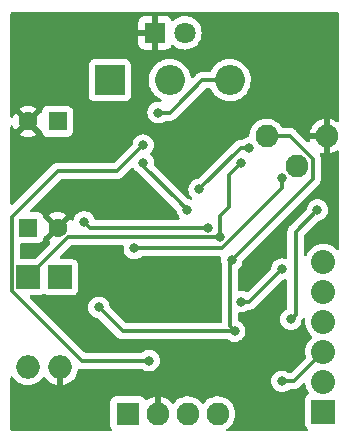
<source format=gbl>
G04 #@! TF.GenerationSoftware,KiCad,Pcbnew,(5.99.0-7307-g71ab42e60a)*
G04 #@! TF.CreationDate,2020-12-03T10:10:09+02:00*
G04 #@! TF.ProjectId,agudo,61677564-6f2e-46b6-9963-61645f706362,rev?*
G04 #@! TF.SameCoordinates,Original*
G04 #@! TF.FileFunction,Copper,L2,Bot*
G04 #@! TF.FilePolarity,Positive*
%FSLAX46Y46*%
G04 Gerber Fmt 4.6, Leading zero omitted, Abs format (unit mm)*
G04 Created by KiCad (PCBNEW (5.99.0-7307-g71ab42e60a)) date 2020-12-03 10:10:09*
%MOMM*%
%LPD*%
G01*
G04 APERTURE LIST*
G04 #@! TA.AperFunction,ComponentPad*
%ADD10R,1.600000X1.600000*%
G04 #@! TD*
G04 #@! TA.AperFunction,ComponentPad*
%ADD11C,1.600000*%
G04 #@! TD*
G04 #@! TA.AperFunction,ComponentPad*
%ADD12R,2.540000X2.540000*%
G04 #@! TD*
G04 #@! TA.AperFunction,ComponentPad*
%ADD13O,2.540000X2.540000*%
G04 #@! TD*
G04 #@! TA.AperFunction,ComponentPad*
%ADD14R,2.000000X2.000000*%
G04 #@! TD*
G04 #@! TA.AperFunction,ComponentPad*
%ADD15O,2.000000X2.000000*%
G04 #@! TD*
G04 #@! TA.AperFunction,ComponentPad*
%ADD16R,2.032000X2.032000*%
G04 #@! TD*
G04 #@! TA.AperFunction,ComponentPad*
%ADD17O,2.032000X2.032000*%
G04 #@! TD*
G04 #@! TA.AperFunction,ComponentPad*
%ADD18R,1.930400X1.930400*%
G04 #@! TD*
G04 #@! TA.AperFunction,ComponentPad*
%ADD19O,1.930400X1.930400*%
G04 #@! TD*
G04 #@! TA.AperFunction,ComponentPad*
%ADD20R,1.800000X1.800000*%
G04 #@! TD*
G04 #@! TA.AperFunction,ComponentPad*
%ADD21C,1.800000*%
G04 #@! TD*
G04 #@! TA.AperFunction,ViaPad*
%ADD22C,0.800000*%
G04 #@! TD*
G04 #@! TA.AperFunction,Conductor*
%ADD23C,0.350000*%
G04 #@! TD*
G04 APERTURE END LIST*
D10*
G04 #@! TO.P,C2,1*
G04 #@! TO.N,VCC*
X60750000Y-115750000D03*
D11*
G04 #@! TO.P,C2,2*
G04 #@! TO.N,GND*
X63250000Y-115750000D03*
G04 #@! TD*
D12*
G04 #@! TO.P,RV2,1,1*
G04 #@! TO.N,Net-(R27-Pad2)*
X67670000Y-103250000D03*
D13*
G04 #@! TO.P,RV2,2,2*
X72750000Y-103250000D03*
G04 #@! TO.P,RV2,3,3*
G04 #@! TO.N,Net-(R19-Pad2)*
X77830000Y-103250000D03*
G04 #@! TD*
D14*
G04 #@! TO.P,D2,1,K*
G04 #@! TO.N,Net-(C5-Pad1)*
X63500000Y-119940000D03*
D15*
G04 #@! TO.P,D2,2,A*
G04 #@! TO.N,GND*
X63500000Y-127560000D03*
G04 #@! TD*
D14*
G04 #@! TO.P,D1,1,K*
G04 #@! TO.N,VCC*
X60750000Y-119940000D03*
D15*
G04 #@! TO.P,D1,2,A*
G04 #@! TO.N,+9V*
X60750000Y-127560000D03*
G04 #@! TD*
D16*
G04 #@! TO.P,SW1,1,A*
G04 #@! TO.N,Net-(C3-Pad2)*
X85750000Y-131330000D03*
D17*
G04 #@! TO.P,SW1,2,B*
G04 #@! TO.N,U1B_IN*
X85750000Y-128790000D03*
G04 #@! TO.P,SW1,3,C*
G04 #@! TO.N,Net-(SW1-Pad3)*
X85750000Y-126250000D03*
G04 #@! TO.P,SW1,4,A*
G04 #@! TO.N,Net-(C6-Pad2)*
X85750000Y-123710000D03*
G04 #@! TO.P,SW1,5,B*
G04 #@! TO.N,U2A_IN*
X85750000Y-121170000D03*
G04 #@! TO.P,SW1,6,C*
G04 #@! TO.N,Net-(SW1-Pad6)*
X85750000Y-118630000D03*
G04 #@! TD*
D18*
G04 #@! TO.P,J1,1,IN*
G04 #@! TO.N,IN*
X69190000Y-131500000D03*
D19*
G04 #@! TO.P,J1,2,GND*
G04 #@! TO.N,GND*
X71730000Y-131500000D03*
G04 #@! TO.P,J1,3,SW*
G04 #@! TO.N,+9V*
X74270000Y-131500000D03*
G04 #@! TO.P,J1,4,OUT*
G04 #@! TO.N,OUT*
X76810000Y-131500000D03*
G04 #@! TD*
D10*
G04 #@! TO.P,C8,1*
G04 #@! TO.N,Net-(R19-Pad2)*
X63250000Y-106750000D03*
D11*
G04 #@! TO.P,C8,2*
G04 #@! TO.N,GND*
X60750000Y-106750000D03*
G04 #@! TD*
D19*
G04 #@! TO.P,RV1,1,1*
G04 #@! TO.N,GND*
X86040000Y-108000000D03*
G04 #@! TO.P,RV1,2,2*
G04 #@! TO.N,Net-(R18-Pad2)*
X83500000Y-110540000D03*
G04 #@! TO.P,RV1,3,3*
G04 #@! TO.N,Net-(C5-Pad1)*
X80960000Y-108000000D03*
G04 #@! TD*
D20*
G04 #@! TO.P,D3,1,K*
G04 #@! TO.N,GND*
X71500000Y-99250000D03*
D21*
G04 #@! TO.P,D3,2,A*
G04 #@! TO.N,Net-(R14-Pad2)*
X74040000Y-99250000D03*
G04 #@! TD*
D22*
G04 #@! TO.N,GND*
X79000000Y-131500000D03*
X65250000Y-124750000D03*
X65250000Y-118500000D03*
G04 #@! TO.N,Net-(C7-Pad1)*
X76000000Y-115750000D03*
X65500000Y-115250000D03*
G04 #@! TO.N,GND*
X69000000Y-128500000D03*
X70500000Y-113250000D03*
G04 #@! TO.N,VCC*
X77000000Y-116500000D03*
X78750000Y-110250000D03*
G04 #@! TO.N,Net-(C4-Pad2)*
X85250000Y-114250000D03*
X83000000Y-123500000D03*
G04 #@! TO.N,Net-(C5-Pad2)*
X82250000Y-111500000D03*
X69750000Y-117500000D03*
G04 #@! TO.N,Net-(C5-Pad1)*
X78000000Y-118500000D03*
X66750000Y-122500000D03*
X78250000Y-124500000D03*
G04 #@! TO.N,U1B_OUT*
X82250000Y-119250000D03*
X78750000Y-122000000D03*
G04 #@! TO.N,Net-(R19-Pad2)*
X71768750Y-106000000D03*
G04 #@! TO.N,Net-(R16-Pad2)*
X70500000Y-110250000D03*
X74250000Y-114250000D03*
G04 #@! TO.N,Net-(R20-Pad2)*
X71000000Y-127000000D03*
X70500000Y-108750000D03*
G04 #@! TO.N,Net-(R23-Pad2)*
X79500000Y-109000000D03*
X75250000Y-112500000D03*
G04 #@! TO.N,Net-(SW1-Pad3)*
X82250000Y-128750000D03*
G04 #@! TD*
D23*
G04 #@! TO.N,Net-(C7-Pad1)*
X75250000Y-115750000D02*
X66000000Y-115750000D01*
X75250000Y-115750000D02*
X76000000Y-115750000D01*
G04 #@! TO.N,Net-(C5-Pad2)*
X70250000Y-117500000D02*
X70500000Y-117500000D01*
X69750000Y-117500000D02*
X70500000Y-117500000D01*
X70500000Y-117500000D02*
X71500000Y-117500000D01*
G04 #@! TO.N,Net-(C7-Pad1)*
X65750000Y-115500000D02*
X65500000Y-115250000D01*
X66000000Y-115750000D02*
X65750000Y-115500000D01*
G04 #@! TO.N,Net-(R16-Pad2)*
X73750000Y-113750000D02*
X73500000Y-113500000D01*
X74250000Y-114250000D02*
X73500000Y-113500000D01*
X73500000Y-113500000D02*
X70500000Y-110500000D01*
G04 #@! TO.N,Net-(C5-Pad2)*
X77147002Y-117500000D02*
X71500000Y-117500000D01*
X71500000Y-117500000D02*
X71000000Y-117500000D01*
G04 #@! TO.N,Net-(R16-Pad2)*
X70500000Y-110500000D02*
X70500000Y-110250000D01*
G04 #@! TO.N,Net-(R20-Pad2)*
X64889827Y-126610173D02*
X64014827Y-125735173D01*
X71000000Y-127000000D02*
X65279654Y-127000000D01*
X65279654Y-127000000D02*
X64889827Y-126610173D01*
X64529654Y-126250000D02*
X64014827Y-125735173D01*
X64014827Y-125735173D02*
X59374990Y-121095336D01*
G04 #@! TO.N,Net-(R19-Pad2)*
X75500000Y-103250000D02*
X73250000Y-105500000D01*
X71768750Y-106000000D02*
X72750000Y-106000000D01*
X72750000Y-106000000D02*
X73250000Y-105500000D01*
G04 #@! TO.N,Net-(C5-Pad1)*
X78000000Y-118500000D02*
X84840201Y-111659799D01*
X84840201Y-111659799D02*
X84840201Y-109896703D01*
X84840201Y-109896703D02*
X82943498Y-108000000D01*
X82943498Y-108000000D02*
X80960000Y-108000000D01*
G04 #@! TO.N,VCC*
X77000000Y-116500000D02*
X77000000Y-114750000D01*
X60750000Y-119940000D02*
X64164999Y-116525001D01*
X64164999Y-116525001D02*
X76974999Y-116525001D01*
X76974999Y-116525001D02*
X77000000Y-116500000D01*
X77000000Y-114750000D02*
X77750000Y-114000000D01*
X77750000Y-111250000D02*
X78750000Y-110250000D01*
X77750000Y-114000000D02*
X77750000Y-111250000D01*
G04 #@! TO.N,Net-(C4-Pad2)*
X83399999Y-123100001D02*
X83399999Y-116100001D01*
X83000000Y-123500000D02*
X83399999Y-123100001D01*
X83399999Y-116100001D02*
X85250000Y-114250000D01*
G04 #@! TO.N,Net-(C5-Pad2)*
X82250000Y-111500000D02*
X82250000Y-112397002D01*
X82250000Y-112397002D02*
X77147002Y-117500000D01*
G04 #@! TO.N,Net-(C5-Pad1)*
X68750000Y-124500000D02*
X66750000Y-122500000D01*
X77850001Y-124100001D02*
X77850001Y-118649999D01*
X78250000Y-124500000D02*
X68750000Y-124500000D01*
X78250000Y-124500000D02*
X77850001Y-124100001D01*
X77850001Y-118649999D02*
X78000000Y-118500000D01*
G04 #@! TO.N,U1B_OUT*
X78750000Y-122000000D02*
X79500000Y-122000000D01*
X79500000Y-122000000D02*
X82250000Y-119250000D01*
G04 #@! TO.N,Net-(R19-Pad2)*
X77830000Y-103250000D02*
X75500000Y-103250000D01*
G04 #@! TO.N,Net-(R20-Pad2)*
X59374990Y-114850008D02*
X63299988Y-110925010D01*
X63299988Y-110925010D02*
X68324990Y-110925010D01*
X68324990Y-110925010D02*
X70500000Y-108750000D01*
X59374990Y-121095336D02*
X59374990Y-114850008D01*
G04 #@! TO.N,Net-(R23-Pad2)*
X78750000Y-109000000D02*
X79750000Y-109000000D01*
X75250000Y-112500000D02*
X78750000Y-109000000D01*
G04 #@! TO.N,Net-(SW1-Pad3)*
X82250000Y-128750000D02*
X83250000Y-128750000D01*
X83250000Y-128750000D02*
X85750000Y-126250000D01*
G04 #@! TD*
G04 #@! TA.AperFunction,Conductor*
G04 #@! TO.N,GND*
G36*
X68795321Y-117228503D02*
G01*
X68841814Y-117282159D01*
X68852510Y-117347671D01*
X68843016Y-117438003D01*
X68836500Y-117500000D01*
X68856462Y-117689927D01*
X68858502Y-117696205D01*
X68858502Y-117696206D01*
X68890957Y-117796093D01*
X68915476Y-117871554D01*
X69010963Y-118036942D01*
X69138749Y-118178863D01*
X69144091Y-118182744D01*
X69144093Y-118182746D01*
X69246513Y-118257158D01*
X69293250Y-118291114D01*
X69299278Y-118293798D01*
X69299280Y-118293799D01*
X69409509Y-118342876D01*
X69467713Y-118368790D01*
X69548378Y-118385936D01*
X69648056Y-118407124D01*
X69648061Y-118407124D01*
X69654513Y-118408496D01*
X69845487Y-118408496D01*
X69851939Y-118407124D01*
X69851944Y-118407124D01*
X69951622Y-118385936D01*
X70032287Y-118368790D01*
X70090491Y-118342876D01*
X70200720Y-118293799D01*
X70200722Y-118293798D01*
X70206750Y-118291114D01*
X70321749Y-118207563D01*
X70395809Y-118183500D01*
X76979828Y-118183500D01*
X77047949Y-118203502D01*
X77094442Y-118257158D01*
X77105138Y-118322671D01*
X77086500Y-118500000D01*
X77106462Y-118689927D01*
X77108502Y-118696205D01*
X77108502Y-118696206D01*
X77160335Y-118855732D01*
X77166502Y-118894668D01*
X77166501Y-123690500D01*
X77146499Y-123758621D01*
X77092843Y-123805114D01*
X77040501Y-123816500D01*
X69085305Y-123816500D01*
X69017184Y-123796498D01*
X68996210Y-123779595D01*
X67688813Y-122472199D01*
X67654788Y-122409887D01*
X67652598Y-122396274D01*
X67644228Y-122316638D01*
X67644228Y-122316637D01*
X67643538Y-122310073D01*
X67636534Y-122288515D01*
X67586566Y-122134731D01*
X67584524Y-122128446D01*
X67489037Y-121963058D01*
X67361251Y-121821137D01*
X67355909Y-121817256D01*
X67355907Y-121817254D01*
X67212092Y-121712767D01*
X67212091Y-121712766D01*
X67206750Y-121708886D01*
X67200722Y-121706202D01*
X67200720Y-121706201D01*
X67038318Y-121633895D01*
X67038317Y-121633895D01*
X67032287Y-121631210D01*
X66938887Y-121611357D01*
X66851944Y-121592876D01*
X66851939Y-121592876D01*
X66845487Y-121591504D01*
X66654513Y-121591504D01*
X66648061Y-121592876D01*
X66648056Y-121592876D01*
X66561113Y-121611357D01*
X66467713Y-121631210D01*
X66461683Y-121633895D01*
X66461682Y-121633895D01*
X66299280Y-121706201D01*
X66299278Y-121706202D01*
X66293250Y-121708886D01*
X66287909Y-121712766D01*
X66287908Y-121712767D01*
X66144093Y-121817254D01*
X66144091Y-121817256D01*
X66138749Y-121821137D01*
X66010963Y-121963058D01*
X65915476Y-122128446D01*
X65913434Y-122134731D01*
X65863467Y-122288515D01*
X65856462Y-122310073D01*
X65855772Y-122316636D01*
X65855772Y-122316637D01*
X65839735Y-122469217D01*
X65836500Y-122500000D01*
X65837190Y-122506565D01*
X65853551Y-122662226D01*
X65856462Y-122689927D01*
X65915476Y-122871554D01*
X65918779Y-122877276D01*
X65918780Y-122877277D01*
X65943378Y-122919882D01*
X66010963Y-123036942D01*
X66015381Y-123041849D01*
X66015382Y-123041850D01*
X66065639Y-123097666D01*
X66138749Y-123178863D01*
X66144091Y-123182744D01*
X66144093Y-123182746D01*
X66287908Y-123287233D01*
X66293250Y-123291114D01*
X66299278Y-123293798D01*
X66299280Y-123293799D01*
X66379756Y-123329629D01*
X66467713Y-123368790D01*
X66654513Y-123408496D01*
X66654446Y-123408813D01*
X66716782Y-123434461D01*
X66727047Y-123443661D01*
X68247064Y-124963679D01*
X68252918Y-124969945D01*
X68289304Y-125011655D01*
X68339627Y-125047022D01*
X68344912Y-125050948D01*
X68387357Y-125084229D01*
X68387361Y-125084231D01*
X68393338Y-125088918D01*
X68400261Y-125092044D01*
X68404554Y-125094644D01*
X68414020Y-125100043D01*
X68418437Y-125102411D01*
X68424649Y-125106777D01*
X68472439Y-125125410D01*
X68481961Y-125129122D01*
X68488042Y-125131678D01*
X68528111Y-125149770D01*
X68544110Y-125156994D01*
X68551582Y-125158379D01*
X68556383Y-125159883D01*
X68566825Y-125162858D01*
X68571694Y-125164108D01*
X68578777Y-125166870D01*
X68586312Y-125167862D01*
X68639798Y-125174904D01*
X68646286Y-125175931D01*
X68706768Y-125187140D01*
X68714349Y-125186703D01*
X68714350Y-125186703D01*
X68766277Y-125183709D01*
X68773530Y-125183500D01*
X77604191Y-125183500D01*
X77678251Y-125207563D01*
X77793250Y-125291114D01*
X77799278Y-125293798D01*
X77799280Y-125293799D01*
X77961682Y-125366105D01*
X77967713Y-125368790D01*
X78061113Y-125388643D01*
X78148056Y-125407124D01*
X78148061Y-125407124D01*
X78154513Y-125408496D01*
X78345487Y-125408496D01*
X78351939Y-125407124D01*
X78351944Y-125407124D01*
X78438887Y-125388643D01*
X78532287Y-125368790D01*
X78538318Y-125366105D01*
X78700720Y-125293799D01*
X78700722Y-125293798D01*
X78706750Y-125291114D01*
X78784988Y-125234271D01*
X78855907Y-125182746D01*
X78855909Y-125182744D01*
X78861251Y-125178863D01*
X78875662Y-125162858D01*
X78984618Y-125041850D01*
X78984619Y-125041849D01*
X78989037Y-125036942D01*
X79047311Y-124936008D01*
X79081220Y-124877277D01*
X79081221Y-124877276D01*
X79084524Y-124871554D01*
X79143538Y-124689927D01*
X79163500Y-124500000D01*
X79143538Y-124310073D01*
X79084524Y-124128446D01*
X78989037Y-123963058D01*
X78861251Y-123821137D01*
X78855909Y-123817256D01*
X78855907Y-123817254D01*
X78712092Y-123712767D01*
X78712091Y-123712766D01*
X78706750Y-123708886D01*
X78700722Y-123706202D01*
X78700720Y-123706201D01*
X78608252Y-123665032D01*
X78554156Y-123619052D01*
X78533501Y-123549925D01*
X78533501Y-123034496D01*
X78553503Y-122966375D01*
X78607159Y-122919882D01*
X78659501Y-122908496D01*
X78845487Y-122908496D01*
X78851939Y-122907124D01*
X78851944Y-122907124D01*
X78951716Y-122885916D01*
X79032287Y-122868790D01*
X79038318Y-122866105D01*
X79200720Y-122793799D01*
X79200722Y-122793798D01*
X79206750Y-122791114D01*
X79321749Y-122707563D01*
X79395809Y-122683500D01*
X79472263Y-122683500D01*
X79480832Y-122683792D01*
X79528457Y-122687039D01*
X79528461Y-122687039D01*
X79536033Y-122687555D01*
X79543510Y-122686250D01*
X79543512Y-122686250D01*
X79581141Y-122679683D01*
X79596629Y-122676979D01*
X79603114Y-122676022D01*
X79664230Y-122668626D01*
X79671336Y-122665941D01*
X79676226Y-122664740D01*
X79686688Y-122661878D01*
X79691520Y-122660419D01*
X79698998Y-122659114D01*
X79705947Y-122656064D01*
X79705956Y-122656061D01*
X79755330Y-122634388D01*
X79761433Y-122631897D01*
X79811869Y-122612838D01*
X79811871Y-122612837D01*
X79818979Y-122610151D01*
X79825244Y-122605845D01*
X79829737Y-122603496D01*
X79839181Y-122598240D01*
X79843521Y-122595674D01*
X79850475Y-122592621D01*
X79899284Y-122555168D01*
X79904622Y-122551290D01*
X79949054Y-122520753D01*
X79949056Y-122520752D01*
X79955313Y-122516451D01*
X79969971Y-122500000D01*
X79994986Y-122471923D01*
X79999967Y-122466647D01*
X82272955Y-120193660D01*
X82335267Y-120159634D01*
X82342344Y-120158496D01*
X82345487Y-120158496D01*
X82532287Y-120118790D01*
X82539252Y-120115689D01*
X82539841Y-120115610D01*
X82544599Y-120114064D01*
X82544882Y-120114934D01*
X82609619Y-120106256D01*
X82673916Y-120136364D01*
X82711728Y-120196453D01*
X82716499Y-120230797D01*
X82716499Y-122549925D01*
X82696497Y-122618046D01*
X82641749Y-122665031D01*
X82592319Y-122687039D01*
X82549280Y-122706201D01*
X82549278Y-122706202D01*
X82543250Y-122708886D01*
X82537909Y-122712766D01*
X82537908Y-122712767D01*
X82394093Y-122817254D01*
X82394091Y-122817256D01*
X82388749Y-122821137D01*
X82260963Y-122963058D01*
X82257662Y-122968776D01*
X82172680Y-123115969D01*
X82165476Y-123128446D01*
X82106462Y-123310073D01*
X82105772Y-123316636D01*
X82105772Y-123316637D01*
X82093813Y-123430423D01*
X82086500Y-123500000D01*
X82106462Y-123689927D01*
X82165476Y-123871554D01*
X82260963Y-124036942D01*
X82388749Y-124178863D01*
X82394091Y-124182744D01*
X82394093Y-124182746D01*
X82537908Y-124287233D01*
X82543250Y-124291114D01*
X82549278Y-124293798D01*
X82549280Y-124293799D01*
X82711682Y-124366105D01*
X82717713Y-124368790D01*
X82811113Y-124388643D01*
X82898056Y-124407124D01*
X82898061Y-124407124D01*
X82904513Y-124408496D01*
X83095487Y-124408496D01*
X83101939Y-124407124D01*
X83101944Y-124407124D01*
X83188887Y-124388643D01*
X83282287Y-124368790D01*
X83288318Y-124366105D01*
X83450720Y-124293799D01*
X83450722Y-124293798D01*
X83456750Y-124291114D01*
X83462092Y-124287233D01*
X83605907Y-124182746D01*
X83605909Y-124182744D01*
X83611251Y-124178863D01*
X83739037Y-124036942D01*
X83834524Y-123871554D01*
X83893538Y-123689927D01*
X83902905Y-123600806D01*
X83925128Y-123541526D01*
X83947028Y-123510365D01*
X83950963Y-123505067D01*
X83984225Y-123462647D01*
X83984226Y-123462646D01*
X83988917Y-123456663D01*
X83992045Y-123449737D01*
X83994647Y-123445440D01*
X84000035Y-123435993D01*
X84001431Y-123433390D01*
X84001644Y-123433174D01*
X84003213Y-123430423D01*
X84006776Y-123425353D01*
X84008294Y-123426420D01*
X84051244Y-123382802D01*
X84120500Y-123367175D01*
X84187209Y-123391472D01*
X84230193Y-123447978D01*
X84236643Y-123514364D01*
X84226795Y-123571377D01*
X84224226Y-123816693D01*
X84224983Y-123821696D01*
X84224983Y-123821701D01*
X84260154Y-124054258D01*
X84260911Y-124059263D01*
X84262457Y-124064079D01*
X84262458Y-124064082D01*
X84334358Y-124288023D01*
X84335907Y-124292847D01*
X84447284Y-124511436D01*
X84592176Y-124709407D01*
X84766856Y-124881665D01*
X84770779Y-124884453D01*
X84810065Y-124943503D01*
X84811191Y-125014491D01*
X84776323Y-125072459D01*
X84613360Y-125226565D01*
X84464353Y-125421457D01*
X84348423Y-125637666D01*
X84268552Y-125869629D01*
X84226795Y-126111377D01*
X84226742Y-126116437D01*
X84225938Y-126193260D01*
X84224226Y-126356693D01*
X84224983Y-126361696D01*
X84224983Y-126361701D01*
X84260154Y-126594258D01*
X84260911Y-126599263D01*
X84279497Y-126657151D01*
X84281277Y-126728122D01*
X84248624Y-126784762D01*
X83003791Y-128029595D01*
X82941479Y-128063621D01*
X82914696Y-128066500D01*
X82895809Y-128066500D01*
X82821749Y-128042437D01*
X82798092Y-128025250D01*
X82706750Y-127958886D01*
X82700722Y-127956202D01*
X82700720Y-127956201D01*
X82538318Y-127883895D01*
X82538317Y-127883895D01*
X82532287Y-127881210D01*
X82438887Y-127861357D01*
X82351944Y-127842876D01*
X82351939Y-127842876D01*
X82345487Y-127841504D01*
X82154513Y-127841504D01*
X82148061Y-127842876D01*
X82148056Y-127842876D01*
X82061113Y-127861357D01*
X81967713Y-127881210D01*
X81961683Y-127883895D01*
X81961682Y-127883895D01*
X81799280Y-127956201D01*
X81799278Y-127956202D01*
X81793250Y-127958886D01*
X81787909Y-127962766D01*
X81787908Y-127962767D01*
X81644093Y-128067254D01*
X81644091Y-128067256D01*
X81638749Y-128071137D01*
X81510963Y-128213058D01*
X81415476Y-128378446D01*
X81413434Y-128384731D01*
X81361511Y-128544535D01*
X81356462Y-128560073D01*
X81336500Y-128750000D01*
X81337190Y-128756565D01*
X81353325Y-128910076D01*
X81356462Y-128939927D01*
X81358502Y-128946205D01*
X81358502Y-128946206D01*
X81379000Y-129009291D01*
X81415476Y-129121554D01*
X81418779Y-129127276D01*
X81418780Y-129127277D01*
X81452689Y-129186008D01*
X81510963Y-129286942D01*
X81515381Y-129291849D01*
X81515382Y-129291850D01*
X81630352Y-129419537D01*
X81638749Y-129428863D01*
X81644091Y-129432744D01*
X81644093Y-129432746D01*
X81678251Y-129457563D01*
X81793250Y-129541114D01*
X81799278Y-129543798D01*
X81799280Y-129543799D01*
X81961682Y-129616105D01*
X81967713Y-129618790D01*
X82061113Y-129638643D01*
X82148056Y-129657124D01*
X82148061Y-129657124D01*
X82154513Y-129658496D01*
X82345487Y-129658496D01*
X82351939Y-129657124D01*
X82351944Y-129657124D01*
X82438887Y-129638643D01*
X82532287Y-129618790D01*
X82538318Y-129616105D01*
X82700720Y-129543799D01*
X82700722Y-129543798D01*
X82706750Y-129541114D01*
X82821749Y-129457563D01*
X82895809Y-129433500D01*
X83222263Y-129433500D01*
X83230832Y-129433792D01*
X83278457Y-129437039D01*
X83278461Y-129437039D01*
X83286033Y-129437555D01*
X83293510Y-129436250D01*
X83293512Y-129436250D01*
X83335836Y-129428863D01*
X83346629Y-129426979D01*
X83353114Y-129426022D01*
X83414230Y-129418626D01*
X83421336Y-129415941D01*
X83426226Y-129414740D01*
X83436688Y-129411878D01*
X83441520Y-129410419D01*
X83448998Y-129409114D01*
X83455947Y-129406064D01*
X83455956Y-129406061D01*
X83505330Y-129384388D01*
X83511433Y-129381897D01*
X83561869Y-129362838D01*
X83561871Y-129362837D01*
X83568979Y-129360151D01*
X83575244Y-129355845D01*
X83579737Y-129353496D01*
X83589181Y-129348240D01*
X83593521Y-129345674D01*
X83600475Y-129342621D01*
X83649284Y-129305168D01*
X83654622Y-129301290D01*
X83699054Y-129270753D01*
X83699056Y-129270752D01*
X83705313Y-129266451D01*
X83744987Y-129221922D01*
X83749967Y-129216647D01*
X84027577Y-128939037D01*
X84089889Y-128905011D01*
X84160704Y-128910076D01*
X84217540Y-128952623D01*
X84241255Y-129009290D01*
X84260911Y-129139263D01*
X84262457Y-129144079D01*
X84262458Y-129144082D01*
X84328539Y-129349898D01*
X84335907Y-129372847D01*
X84447284Y-129591436D01*
X84450270Y-129595515D01*
X84450270Y-129595516D01*
X84518857Y-129689229D01*
X84542949Y-129756013D01*
X84527109Y-129825220D01*
X84485302Y-129869642D01*
X84429129Y-129905743D01*
X84397729Y-129925923D01*
X84391828Y-129932733D01*
X84307918Y-130029569D01*
X84307916Y-130029572D01*
X84302016Y-130036381D01*
X84298272Y-130044579D01*
X84248417Y-130153747D01*
X84241300Y-130169330D01*
X84240018Y-130178245D01*
X84240018Y-130178246D01*
X84221139Y-130309552D01*
X84221138Y-130309559D01*
X84220500Y-130314000D01*
X84220500Y-132346000D01*
X84225727Y-132419079D01*
X84238607Y-132462943D01*
X84262631Y-132544762D01*
X84266904Y-132559316D01*
X84271775Y-132566895D01*
X84341051Y-132674691D01*
X84341053Y-132674694D01*
X84345923Y-132682271D01*
X84447334Y-132770144D01*
X84448063Y-132770776D01*
X84486446Y-132830502D01*
X84486446Y-132901498D01*
X84448062Y-132961225D01*
X84383482Y-132990718D01*
X84365550Y-132992000D01*
X77649751Y-132992000D01*
X77581630Y-132971998D01*
X77535137Y-132918342D01*
X77525033Y-132848068D01*
X77554527Y-132783488D01*
X77576582Y-132763422D01*
X77760226Y-132632430D01*
X77760231Y-132632426D01*
X77764438Y-132629425D01*
X77936087Y-132458375D01*
X77939342Y-132453846D01*
X78074475Y-132265787D01*
X78077493Y-132261587D01*
X78082306Y-132251850D01*
X78182566Y-132048987D01*
X78184860Y-132044346D01*
X78215897Y-131942192D01*
X78253801Y-131817438D01*
X78253802Y-131817432D01*
X78255305Y-131812486D01*
X78286935Y-131572234D01*
X78288700Y-131500000D01*
X78268844Y-131258490D01*
X78209810Y-131023466D01*
X78113183Y-130801239D01*
X77981559Y-130597778D01*
X77976959Y-130592722D01*
X77821949Y-130422369D01*
X77821947Y-130422368D01*
X77818471Y-130418547D01*
X77814420Y-130415348D01*
X77814416Y-130415344D01*
X77632355Y-130271561D01*
X77632351Y-130271559D01*
X77628300Y-130268359D01*
X77416153Y-130151248D01*
X77411284Y-130149524D01*
X77411280Y-130149522D01*
X77192603Y-130072084D01*
X77192599Y-130072083D01*
X77187728Y-130070358D01*
X77182638Y-130069451D01*
X77182633Y-130069450D01*
X77043003Y-130044579D01*
X76949158Y-130027863D01*
X76858181Y-130026751D01*
X76712021Y-130024965D01*
X76712019Y-130024965D01*
X76706851Y-130024902D01*
X76467314Y-130061556D01*
X76236981Y-130136841D01*
X76232393Y-130139229D01*
X76232389Y-130139231D01*
X76118479Y-130198529D01*
X76022036Y-130248734D01*
X76017903Y-130251837D01*
X76017900Y-130251839D01*
X75849474Y-130378297D01*
X75828252Y-130394231D01*
X75660834Y-130569424D01*
X75645237Y-130592289D01*
X75590325Y-130637291D01*
X75519800Y-130645462D01*
X75456053Y-130614207D01*
X75442969Y-130599958D01*
X75441559Y-130597778D01*
X75380206Y-130530352D01*
X75281949Y-130422369D01*
X75281947Y-130422368D01*
X75278471Y-130418547D01*
X75274420Y-130415348D01*
X75274416Y-130415344D01*
X75092355Y-130271561D01*
X75092351Y-130271559D01*
X75088300Y-130268359D01*
X74876153Y-130151248D01*
X74871284Y-130149524D01*
X74871280Y-130149522D01*
X74652603Y-130072084D01*
X74652599Y-130072083D01*
X74647728Y-130070358D01*
X74642638Y-130069451D01*
X74642633Y-130069450D01*
X74503003Y-130044579D01*
X74409158Y-130027863D01*
X74318181Y-130026751D01*
X74172021Y-130024965D01*
X74172019Y-130024965D01*
X74166851Y-130024902D01*
X73927314Y-130061556D01*
X73696981Y-130136841D01*
X73692393Y-130139229D01*
X73692389Y-130139231D01*
X73578479Y-130198529D01*
X73482036Y-130248734D01*
X73477903Y-130251837D01*
X73477900Y-130251839D01*
X73309474Y-130378297D01*
X73288252Y-130394231D01*
X73120834Y-130569424D01*
X73104940Y-130592723D01*
X73050032Y-130637725D01*
X72979507Y-130645898D01*
X72915759Y-130614644D01*
X72901027Y-130598600D01*
X72897686Y-130594262D01*
X72741608Y-130422735D01*
X72734075Y-130415710D01*
X72552081Y-130271981D01*
X72543494Y-130266276D01*
X72340482Y-130154207D01*
X72331070Y-130149977D01*
X72112469Y-130072566D01*
X72102512Y-130069936D01*
X72001836Y-130052002D01*
X71988541Y-130053461D01*
X71984000Y-130068019D01*
X71984000Y-131628000D01*
X71963998Y-131696121D01*
X71910342Y-131742614D01*
X71858000Y-131754000D01*
X71602000Y-131754000D01*
X71533879Y-131733998D01*
X71487386Y-131680342D01*
X71476000Y-131628000D01*
X71476000Y-130066605D01*
X71472082Y-130053261D01*
X71457806Y-130051274D01*
X71392542Y-130061261D01*
X71382515Y-130063650D01*
X71162092Y-130135695D01*
X71152582Y-130139692D01*
X70946891Y-130246768D01*
X70938166Y-130252262D01*
X70803476Y-130353391D01*
X70736991Y-130378297D01*
X70667596Y-130363305D01*
X70621826Y-130320753D01*
X70543277Y-130198529D01*
X70536467Y-130192628D01*
X70439631Y-130108718D01*
X70439628Y-130108716D01*
X70432819Y-130102816D01*
X70359758Y-130069450D01*
X70308064Y-130045842D01*
X70308063Y-130045842D01*
X70299870Y-130042100D01*
X70290955Y-130040818D01*
X70290954Y-130040818D01*
X70159648Y-130021939D01*
X70159641Y-130021938D01*
X70155200Y-130021300D01*
X68224800Y-130021300D01*
X68151721Y-130026527D01*
X68098684Y-130042100D01*
X68020130Y-130065165D01*
X68020128Y-130065166D01*
X68011484Y-130067704D01*
X68003905Y-130072575D01*
X67896109Y-130141851D01*
X67896106Y-130141853D01*
X67888529Y-130146723D01*
X67882628Y-130153533D01*
X67798718Y-130250369D01*
X67798716Y-130250372D01*
X67792816Y-130257181D01*
X67789072Y-130265379D01*
X67766868Y-130314000D01*
X67732100Y-130390130D01*
X67730818Y-130399045D01*
X67730818Y-130399046D01*
X67711939Y-130530352D01*
X67711938Y-130530359D01*
X67711300Y-130534800D01*
X67711300Y-132465200D01*
X67716527Y-132538279D01*
X67737548Y-132609870D01*
X67748533Y-132647281D01*
X67757704Y-132678516D01*
X67816997Y-132770776D01*
X67834415Y-132797879D01*
X67854417Y-132865999D01*
X67834415Y-132934120D01*
X67780760Y-132980613D01*
X67728417Y-132992000D01*
X59384000Y-132992000D01*
X59315879Y-132971998D01*
X59269386Y-132918342D01*
X59258000Y-132866000D01*
X59258000Y-128461308D01*
X59278002Y-128393187D01*
X59331658Y-128346694D01*
X59401932Y-128336590D01*
X59466512Y-128366084D01*
X59485677Y-128386892D01*
X59601055Y-128544535D01*
X59604288Y-128548952D01*
X59777141Y-128719408D01*
X59781266Y-128722340D01*
X59781269Y-128722342D01*
X59970898Y-128857105D01*
X59970902Y-128857108D01*
X59975023Y-128860036D01*
X59979561Y-128862269D01*
X59979566Y-128862272D01*
X60137602Y-128940035D01*
X60192843Y-128967217D01*
X60197678Y-128968695D01*
X60197680Y-128968696D01*
X60276295Y-128992730D01*
X60424998Y-129038193D01*
X60430017Y-129038880D01*
X60430019Y-129038881D01*
X60605240Y-129062883D01*
X60665514Y-129071140D01*
X60734858Y-129069445D01*
X60903143Y-129065333D01*
X60903147Y-129065333D01*
X60908204Y-129065209D01*
X61146823Y-129020552D01*
X61152926Y-129018355D01*
X61294968Y-128967217D01*
X61375234Y-128938320D01*
X61587558Y-128820626D01*
X61591536Y-128817496D01*
X61591540Y-128817493D01*
X61774358Y-128673629D01*
X61774359Y-128673628D01*
X61778334Y-128670500D01*
X61782097Y-128666408D01*
X61939231Y-128495527D01*
X61939234Y-128495523D01*
X61942654Y-128491804D01*
X62018417Y-128376903D01*
X62072615Y-128331044D01*
X62143003Y-128321766D01*
X62207233Y-128352015D01*
X62225285Y-128371848D01*
X62351673Y-128544535D01*
X62358276Y-128552185D01*
X62523861Y-128715474D01*
X62531585Y-128721955D01*
X62721155Y-128856675D01*
X62729814Y-128861838D01*
X62938488Y-128964518D01*
X62947872Y-128968233D01*
X63170259Y-129036223D01*
X63180126Y-129038393D01*
X63228052Y-129044958D01*
X63242136Y-129042837D01*
X63246000Y-129029514D01*
X63246001Y-127432000D01*
X63266003Y-127363879D01*
X63319659Y-127317386D01*
X63372001Y-127306000D01*
X63628000Y-127306001D01*
X63696121Y-127326003D01*
X63742614Y-127379659D01*
X63754000Y-127432001D01*
X63753999Y-129028660D01*
X63757712Y-129041306D01*
X63773141Y-129043193D01*
X63891716Y-129021001D01*
X63901455Y-129018355D01*
X64120263Y-128939579D01*
X64129456Y-128935409D01*
X64332850Y-128822666D01*
X64341263Y-128817077D01*
X64524019Y-128673262D01*
X64531420Y-128666408D01*
X64688836Y-128495219D01*
X64695042Y-128487277D01*
X64823069Y-128293113D01*
X64827926Y-128284278D01*
X64923259Y-128072154D01*
X64926642Y-128062653D01*
X64986836Y-127838007D01*
X64988655Y-127828094D01*
X64993279Y-127782568D01*
X65020062Y-127716817D01*
X65078141Y-127675984D01*
X65135079Y-127670378D01*
X65169429Y-127674900D01*
X65175946Y-127675932D01*
X65176227Y-127675984D01*
X65236423Y-127687141D01*
X65244003Y-127686704D01*
X65244004Y-127686704D01*
X65295943Y-127683709D01*
X65303196Y-127683500D01*
X70354191Y-127683500D01*
X70428251Y-127707563D01*
X70543250Y-127791114D01*
X70549278Y-127793798D01*
X70549280Y-127793799D01*
X70659509Y-127842876D01*
X70717713Y-127868790D01*
X70788776Y-127883895D01*
X70898056Y-127907124D01*
X70898061Y-127907124D01*
X70904513Y-127908496D01*
X71095487Y-127908496D01*
X71101939Y-127907124D01*
X71101944Y-127907124D01*
X71211224Y-127883895D01*
X71282287Y-127868790D01*
X71340491Y-127842876D01*
X71450720Y-127793799D01*
X71450722Y-127793798D01*
X71456750Y-127791114D01*
X71596239Y-127689770D01*
X71605907Y-127682746D01*
X71605909Y-127682744D01*
X71611251Y-127678863D01*
X71622050Y-127666870D01*
X71734618Y-127541850D01*
X71734619Y-127541849D01*
X71739037Y-127536942D01*
X71834524Y-127371554D01*
X71893538Y-127189927D01*
X71913500Y-127000000D01*
X71908673Y-126954072D01*
X71894228Y-126816637D01*
X71894228Y-126816636D01*
X71893538Y-126810073D01*
X71871924Y-126743550D01*
X71836566Y-126634731D01*
X71834524Y-126628446D01*
X71739037Y-126463058D01*
X71667814Y-126383956D01*
X71615673Y-126326048D01*
X71615672Y-126326047D01*
X71611251Y-126321137D01*
X71605909Y-126317256D01*
X71605907Y-126317254D01*
X71462092Y-126212767D01*
X71462091Y-126212766D01*
X71456750Y-126208886D01*
X71450722Y-126206202D01*
X71450720Y-126206201D01*
X71288318Y-126133895D01*
X71288317Y-126133895D01*
X71282287Y-126131210D01*
X71173461Y-126108078D01*
X71101944Y-126092876D01*
X71101939Y-126092876D01*
X71095487Y-126091504D01*
X70904513Y-126091504D01*
X70898061Y-126092876D01*
X70898056Y-126092876D01*
X70826539Y-126108078D01*
X70717713Y-126131210D01*
X70711683Y-126133895D01*
X70711682Y-126133895D01*
X70549280Y-126206201D01*
X70549278Y-126206202D01*
X70543250Y-126208886D01*
X70497835Y-126241882D01*
X70428251Y-126292437D01*
X70354191Y-126316500D01*
X65614958Y-126316500D01*
X65546837Y-126296498D01*
X65525863Y-126279595D01*
X65404887Y-126158619D01*
X65404884Y-126158615D01*
X64903648Y-125657379D01*
X64468918Y-125222650D01*
X60914863Y-121668595D01*
X60880837Y-121606283D01*
X60885902Y-121535468D01*
X60928449Y-121478632D01*
X60994969Y-121453821D01*
X61003958Y-121453500D01*
X61750000Y-121453500D01*
X61823079Y-121448273D01*
X61901165Y-121425345D01*
X61954670Y-121409635D01*
X61954672Y-121409634D01*
X61963316Y-121407096D01*
X61970894Y-121402226D01*
X61970896Y-121402225D01*
X62055978Y-121347546D01*
X62124099Y-121327544D01*
X62192220Y-121347546D01*
X62206612Y-121358320D01*
X62215569Y-121366082D01*
X62215572Y-121366084D01*
X62222381Y-121371984D01*
X62355330Y-121432700D01*
X62364245Y-121433982D01*
X62364246Y-121433982D01*
X62495552Y-121452861D01*
X62495559Y-121452862D01*
X62500000Y-121453500D01*
X64500000Y-121453500D01*
X64573079Y-121448273D01*
X64651165Y-121425345D01*
X64704670Y-121409635D01*
X64704672Y-121409634D01*
X64713316Y-121407096D01*
X64777135Y-121366082D01*
X64828691Y-121332949D01*
X64828694Y-121332947D01*
X64836271Y-121328077D01*
X64842172Y-121321267D01*
X64926082Y-121224431D01*
X64926084Y-121224428D01*
X64931984Y-121217619D01*
X64977832Y-121117226D01*
X64988958Y-121092864D01*
X64988958Y-121092863D01*
X64992700Y-121084670D01*
X65002308Y-121017846D01*
X65012861Y-120944448D01*
X65012862Y-120944441D01*
X65013500Y-120940000D01*
X65013500Y-118940000D01*
X65008273Y-118866921D01*
X64967096Y-118726684D01*
X64939254Y-118683362D01*
X64892949Y-118611309D01*
X64892947Y-118611306D01*
X64888077Y-118603729D01*
X64812302Y-118538069D01*
X64784431Y-118513918D01*
X64784428Y-118513916D01*
X64777619Y-118508016D01*
X64769421Y-118504272D01*
X64652864Y-118451042D01*
X64652863Y-118451042D01*
X64644670Y-118447300D01*
X64635755Y-118446018D01*
X64635754Y-118446018D01*
X64504448Y-118427139D01*
X64504441Y-118427138D01*
X64500000Y-118426500D01*
X63534305Y-118426500D01*
X63466184Y-118406498D01*
X63419691Y-118352842D01*
X63409587Y-118282568D01*
X63439081Y-118217988D01*
X63445210Y-118211405D01*
X64411209Y-117245406D01*
X64473521Y-117211380D01*
X64500304Y-117208501D01*
X68727200Y-117208501D01*
X68795321Y-117228503D01*
G37*
G04 #@! TD.AperFunction*
G04 #@! TA.AperFunction,Conductor*
G36*
X87013121Y-97528002D02*
G01*
X87059614Y-97581658D01*
X87071000Y-97634000D01*
X87071000Y-106676911D01*
X87050998Y-106745032D01*
X86997342Y-106791525D01*
X86927068Y-106801629D01*
X86866908Y-106775793D01*
X86862081Y-106771981D01*
X86853494Y-106766276D01*
X86650482Y-106654207D01*
X86641070Y-106649977D01*
X86422469Y-106572566D01*
X86412512Y-106569936D01*
X86311836Y-106552002D01*
X86298541Y-106553461D01*
X86294000Y-106568019D01*
X86293999Y-107745998D01*
X86294000Y-107746004D01*
X86293999Y-109434615D01*
X86298063Y-109448457D01*
X86311477Y-109450491D01*
X86342205Y-109446555D01*
X86352288Y-109444412D01*
X86574418Y-109377770D01*
X86583995Y-109374017D01*
X86792264Y-109271987D01*
X86801109Y-109266714D01*
X86871831Y-109216268D01*
X86938904Y-109192994D01*
X87007913Y-109209676D01*
X87056947Y-109261020D01*
X87071000Y-109318846D01*
X87071000Y-117489553D01*
X87050998Y-117557674D01*
X86997342Y-117604167D01*
X86927068Y-117614271D01*
X86862488Y-117584777D01*
X86850486Y-117572879D01*
X86815827Y-117533566D01*
X86815825Y-117533564D01*
X86812480Y-117529770D01*
X86622906Y-117374052D01*
X86500742Y-117302951D01*
X86415243Y-117253189D01*
X86415241Y-117253188D01*
X86410875Y-117250647D01*
X86275192Y-117198563D01*
X86186570Y-117164544D01*
X86186567Y-117164543D01*
X86181841Y-117162729D01*
X85941697Y-117112561D01*
X85936648Y-117112332D01*
X85936642Y-117112331D01*
X85824797Y-117107253D01*
X85696621Y-117101432D01*
X85691601Y-117102013D01*
X85691597Y-117102013D01*
X85457946Y-117129047D01*
X85457942Y-117129048D01*
X85452919Y-117129629D01*
X85448055Y-117131005D01*
X85448052Y-117131006D01*
X85285517Y-117176999D01*
X85216859Y-117196427D01*
X84994516Y-117300108D01*
X84990336Y-117302949D01*
X84990332Y-117302951D01*
X84924529Y-117347671D01*
X84791609Y-117438003D01*
X84613360Y-117606565D01*
X84464353Y-117801457D01*
X84348423Y-118017666D01*
X84346774Y-118022455D01*
X84328634Y-118075138D01*
X84287544Y-118133036D01*
X84221675Y-118159527D01*
X84151941Y-118146202D01*
X84100480Y-118097290D01*
X84083499Y-118034117D01*
X84083499Y-116435305D01*
X84103501Y-116367184D01*
X84120404Y-116346210D01*
X84691964Y-115774650D01*
X85272956Y-115193659D01*
X85335266Y-115159634D01*
X85342344Y-115158496D01*
X85345487Y-115158496D01*
X85532287Y-115118790D01*
X85540447Y-115115157D01*
X85700720Y-115043799D01*
X85700722Y-115043798D01*
X85706750Y-115041114D01*
X85712092Y-115037233D01*
X85855907Y-114932746D01*
X85855909Y-114932744D01*
X85861251Y-114928863D01*
X85989037Y-114786942D01*
X86084524Y-114621554D01*
X86129883Y-114481953D01*
X86141498Y-114446206D01*
X86141498Y-114446205D01*
X86143538Y-114439927D01*
X86146001Y-114416498D01*
X86162810Y-114256565D01*
X86163500Y-114250000D01*
X86143538Y-114060073D01*
X86118731Y-113983723D01*
X86086566Y-113884731D01*
X86084524Y-113878446D01*
X85989037Y-113713058D01*
X85981947Y-113705183D01*
X85865673Y-113576048D01*
X85865672Y-113576047D01*
X85861251Y-113571137D01*
X85855909Y-113567256D01*
X85855907Y-113567254D01*
X85712092Y-113462767D01*
X85712091Y-113462766D01*
X85706750Y-113458886D01*
X85700722Y-113456202D01*
X85700720Y-113456201D01*
X85538318Y-113383895D01*
X85538317Y-113383895D01*
X85532287Y-113381210D01*
X85438887Y-113361357D01*
X85351944Y-113342876D01*
X85351939Y-113342876D01*
X85345487Y-113341504D01*
X85154513Y-113341504D01*
X85148061Y-113342876D01*
X85148056Y-113342876D01*
X85061113Y-113361357D01*
X84967713Y-113381210D01*
X84961683Y-113383895D01*
X84961682Y-113383895D01*
X84799280Y-113456201D01*
X84799278Y-113456202D01*
X84793250Y-113458886D01*
X84787909Y-113462766D01*
X84787908Y-113462767D01*
X84644093Y-113567254D01*
X84644091Y-113567256D01*
X84638749Y-113571137D01*
X84634328Y-113576047D01*
X84634327Y-113576048D01*
X84518054Y-113705183D01*
X84510963Y-113713058D01*
X84415476Y-113878446D01*
X84413434Y-113884731D01*
X84381270Y-113983723D01*
X84356462Y-114060073D01*
X84355772Y-114066637D01*
X84355772Y-114066638D01*
X84347402Y-114146273D01*
X84320389Y-114211930D01*
X84311187Y-114222198D01*
X82936321Y-115597065D01*
X82930055Y-115602919D01*
X82888345Y-115639305D01*
X82852963Y-115689648D01*
X82849057Y-115694908D01*
X82811081Y-115743340D01*
X82807956Y-115750261D01*
X82805340Y-115754581D01*
X82800001Y-115763941D01*
X82797592Y-115768434D01*
X82793223Y-115774650D01*
X82779147Y-115810754D01*
X82770881Y-115831954D01*
X82768325Y-115838033D01*
X82757154Y-115862775D01*
X82743005Y-115894112D01*
X82741622Y-115901575D01*
X82740113Y-115906389D01*
X82737144Y-115916813D01*
X82735889Y-115921702D01*
X82733130Y-115928778D01*
X82732139Y-115936307D01*
X82725099Y-115989780D01*
X82724069Y-115996283D01*
X82712859Y-116056770D01*
X82713296Y-116064351D01*
X82713296Y-116064352D01*
X82716291Y-116116296D01*
X82716500Y-116123549D01*
X82716500Y-118269204D01*
X82696498Y-118337325D01*
X82642842Y-118383818D01*
X82572568Y-118393922D01*
X82544624Y-118385860D01*
X82544599Y-118385936D01*
X82542311Y-118385193D01*
X82539245Y-118384308D01*
X82532287Y-118381210D01*
X82438887Y-118361357D01*
X82351944Y-118342876D01*
X82351939Y-118342876D01*
X82345487Y-118341504D01*
X82154513Y-118341504D01*
X82148061Y-118342876D01*
X82148056Y-118342876D01*
X82061113Y-118361357D01*
X81967713Y-118381210D01*
X81961683Y-118383895D01*
X81961682Y-118383895D01*
X81799280Y-118456201D01*
X81799278Y-118456202D01*
X81793250Y-118458886D01*
X81787909Y-118462766D01*
X81787908Y-118462767D01*
X81644093Y-118567254D01*
X81644091Y-118567256D01*
X81638749Y-118571137D01*
X81634328Y-118576047D01*
X81634327Y-118576048D01*
X81526137Y-118696206D01*
X81510963Y-118713058D01*
X81415476Y-118878446D01*
X81413434Y-118884731D01*
X81365836Y-119031224D01*
X81356462Y-119060073D01*
X81355772Y-119066638D01*
X81347402Y-119146273D01*
X81320389Y-119211930D01*
X81311187Y-119222198D01*
X79349261Y-121184125D01*
X79286949Y-121218150D01*
X79216134Y-121213086D01*
X79206831Y-121208703D01*
X79206750Y-121208886D01*
X79038318Y-121133895D01*
X79038317Y-121133895D01*
X79032287Y-121131210D01*
X78938887Y-121111357D01*
X78851944Y-121092876D01*
X78851939Y-121092876D01*
X78845487Y-121091504D01*
X78659501Y-121091504D01*
X78591380Y-121071502D01*
X78544887Y-121017846D01*
X78533501Y-120965504D01*
X78533501Y-119299552D01*
X78553503Y-119231431D01*
X78585440Y-119197616D01*
X78605906Y-119182747D01*
X78605910Y-119182743D01*
X78611251Y-119178863D01*
X78718210Y-119060073D01*
X78734618Y-119041850D01*
X78734619Y-119041849D01*
X78739037Y-119036942D01*
X78834524Y-118871554D01*
X78884058Y-118719105D01*
X78891498Y-118696206D01*
X78891498Y-118696205D01*
X78893538Y-118689927D01*
X78902598Y-118603726D01*
X78929611Y-118538069D01*
X78938813Y-118527801D01*
X85303882Y-112162733D01*
X85310148Y-112156879D01*
X85346129Y-112125491D01*
X85351856Y-112120495D01*
X85387223Y-112070172D01*
X85391149Y-112064887D01*
X85424430Y-112022442D01*
X85424432Y-112022438D01*
X85429119Y-112016461D01*
X85432245Y-112009538D01*
X85434845Y-112005245D01*
X85440244Y-111995779D01*
X85442612Y-111991362D01*
X85446978Y-111985150D01*
X85469323Y-111927838D01*
X85471879Y-111921757D01*
X85494070Y-111872610D01*
X85497195Y-111865689D01*
X85498580Y-111858217D01*
X85500084Y-111853416D01*
X85503059Y-111842974D01*
X85504309Y-111838105D01*
X85507071Y-111831022D01*
X85515105Y-111770001D01*
X85516132Y-111763513D01*
X85527341Y-111703031D01*
X85526586Y-111689927D01*
X85523910Y-111643522D01*
X85523701Y-111636269D01*
X85523701Y-109924439D01*
X85523993Y-109915870D01*
X85527240Y-109868245D01*
X85527240Y-109868241D01*
X85527756Y-109860669D01*
X85517179Y-109800062D01*
X85516219Y-109793558D01*
X85515924Y-109791114D01*
X85508827Y-109732473D01*
X85506141Y-109725366D01*
X85504947Y-109720504D01*
X85502083Y-109710034D01*
X85500620Y-109705187D01*
X85499314Y-109697704D01*
X85474581Y-109641359D01*
X85472100Y-109635278D01*
X85450352Y-109577723D01*
X85453004Y-109576721D01*
X85441759Y-109520043D01*
X85467787Y-109453989D01*
X85525394Y-109412493D01*
X85596291Y-109408729D01*
X85612205Y-109413629D01*
X85622766Y-109417662D01*
X85632662Y-109420537D01*
X85768248Y-109448122D01*
X85782300Y-109446927D01*
X85786000Y-109436581D01*
X85786001Y-108272115D01*
X85781526Y-108256876D01*
X85780136Y-108255671D01*
X85772453Y-108254000D01*
X84605180Y-108253999D01*
X84591649Y-108257972D01*
X84590213Y-108267965D01*
X84614454Y-108375533D01*
X84609918Y-108446385D01*
X84567796Y-108503536D01*
X84501463Y-108528842D01*
X84431978Y-108514269D01*
X84402444Y-108492331D01*
X83638139Y-107728026D01*
X84587458Y-107728026D01*
X84590098Y-107742608D01*
X84602478Y-107746000D01*
X85767885Y-107746001D01*
X85783124Y-107741526D01*
X85784329Y-107740136D01*
X85786000Y-107732453D01*
X85786001Y-106566605D01*
X85782083Y-106553261D01*
X85767807Y-106551274D01*
X85702542Y-106561261D01*
X85692517Y-106563649D01*
X85472092Y-106635695D01*
X85462582Y-106639692D01*
X85256891Y-106746768D01*
X85248166Y-106752262D01*
X85062719Y-106891500D01*
X85055012Y-106898343D01*
X84894795Y-107066002D01*
X84888308Y-107074012D01*
X84757630Y-107265579D01*
X84752537Y-107274543D01*
X84654895Y-107484895D01*
X84651338Y-107494563D01*
X84589366Y-107718026D01*
X84587458Y-107728026D01*
X83638139Y-107728026D01*
X83446427Y-107536315D01*
X83440587Y-107530063D01*
X83409190Y-107494072D01*
X83404194Y-107488345D01*
X83353858Y-107452968D01*
X83348572Y-107449042D01*
X83340865Y-107443000D01*
X83300159Y-107411082D01*
X83293230Y-107407954D01*
X83288878Y-107405318D01*
X83279528Y-107399985D01*
X83275064Y-107397591D01*
X83268849Y-107393223D01*
X83261774Y-107390464D01*
X83261771Y-107390463D01*
X83211530Y-107370875D01*
X83205449Y-107368319D01*
X83156311Y-107346132D01*
X83156309Y-107346131D01*
X83149387Y-107343006D01*
X83141918Y-107341622D01*
X83137072Y-107340103D01*
X83126661Y-107337138D01*
X83121799Y-107335890D01*
X83114721Y-107333130D01*
X83083574Y-107329030D01*
X83053704Y-107325097D01*
X83047190Y-107324065D01*
X82994198Y-107314244D01*
X82994196Y-107314244D01*
X82986729Y-107312860D01*
X82979148Y-107313297D01*
X82979147Y-107313297D01*
X82927221Y-107316291D01*
X82919968Y-107316500D01*
X82341611Y-107316500D01*
X82273490Y-107296498D01*
X82235819Y-107258940D01*
X82142317Y-107114408D01*
X82131559Y-107097778D01*
X82102359Y-107065687D01*
X81971949Y-106922369D01*
X81971947Y-106922368D01*
X81968471Y-106918547D01*
X81964420Y-106915348D01*
X81964416Y-106915344D01*
X81782355Y-106771561D01*
X81782351Y-106771559D01*
X81778300Y-106768359D01*
X81566153Y-106651248D01*
X81561284Y-106649524D01*
X81561280Y-106649522D01*
X81342603Y-106572084D01*
X81342599Y-106572083D01*
X81337728Y-106570358D01*
X81332638Y-106569451D01*
X81332633Y-106569450D01*
X81177682Y-106541850D01*
X81099158Y-106527863D01*
X81008181Y-106526751D01*
X80862021Y-106524965D01*
X80862019Y-106524965D01*
X80856851Y-106524902D01*
X80617314Y-106561556D01*
X80386981Y-106636841D01*
X80382393Y-106639229D01*
X80382389Y-106639231D01*
X80251125Y-106707563D01*
X80172036Y-106748734D01*
X80167903Y-106751837D01*
X80167900Y-106751839D01*
X79982387Y-106891126D01*
X79978252Y-106894231D01*
X79810834Y-107069424D01*
X79674278Y-107269608D01*
X79649000Y-107324065D01*
X79589163Y-107452973D01*
X79572250Y-107489408D01*
X79507492Y-107722919D01*
X79506943Y-107728056D01*
X79482561Y-107956201D01*
X79481741Y-107963872D01*
X79482038Y-107969026D01*
X79481912Y-107974201D01*
X79479900Y-107974152D01*
X79465788Y-108034915D01*
X79414889Y-108084410D01*
X79382254Y-108096234D01*
X79224179Y-108129835D01*
X79224174Y-108129837D01*
X79217713Y-108131210D01*
X79211683Y-108133895D01*
X79211682Y-108133895D01*
X79049280Y-108206201D01*
X79049278Y-108206202D01*
X79043250Y-108208886D01*
X78961934Y-108267965D01*
X78928251Y-108292437D01*
X78854191Y-108316500D01*
X78777736Y-108316500D01*
X78769167Y-108316208D01*
X78721542Y-108312961D01*
X78721538Y-108312961D01*
X78713966Y-108312445D01*
X78653359Y-108323022D01*
X78646868Y-108323980D01*
X78585770Y-108331374D01*
X78578663Y-108334060D01*
X78573801Y-108335254D01*
X78563355Y-108338112D01*
X78558494Y-108339580D01*
X78551001Y-108340887D01*
X78544040Y-108343943D01*
X78544039Y-108343943D01*
X78494680Y-108365609D01*
X78488575Y-108368101D01*
X78477836Y-108372159D01*
X78431021Y-108389849D01*
X78424762Y-108394151D01*
X78420308Y-108396479D01*
X78410829Y-108401754D01*
X78406477Y-108404328D01*
X78399524Y-108407380D01*
X78393500Y-108412003D01*
X78393494Y-108412006D01*
X78350718Y-108444829D01*
X78345383Y-108448705D01*
X78300952Y-108479242D01*
X78300946Y-108479247D01*
X78294687Y-108483549D01*
X78255022Y-108528068D01*
X78250041Y-108533344D01*
X76723313Y-110060073D01*
X75227047Y-111556339D01*
X75164735Y-111590365D01*
X75157650Y-111591504D01*
X75154513Y-111591504D01*
X74967713Y-111631210D01*
X74961683Y-111633895D01*
X74961682Y-111633895D01*
X74799280Y-111706201D01*
X74799278Y-111706202D01*
X74793250Y-111708886D01*
X74787909Y-111712766D01*
X74787908Y-111712767D01*
X74644093Y-111817254D01*
X74644091Y-111817256D01*
X74638749Y-111821137D01*
X74634328Y-111826047D01*
X74634327Y-111826048D01*
X74528939Y-111943094D01*
X74510963Y-111963058D01*
X74474563Y-112026104D01*
X74420067Y-112120495D01*
X74415476Y-112128446D01*
X74356462Y-112310073D01*
X74336500Y-112500000D01*
X74356462Y-112689927D01*
X74415476Y-112871554D01*
X74510963Y-113036942D01*
X74515381Y-113041849D01*
X74515382Y-113041850D01*
X74629783Y-113168905D01*
X74660501Y-113232912D01*
X74651736Y-113303366D01*
X74606273Y-113357897D01*
X74538546Y-113379192D01*
X74509950Y-113376462D01*
X74422609Y-113357897D01*
X74345487Y-113341504D01*
X74345554Y-113341187D01*
X74283218Y-113315539D01*
X74272953Y-113306339D01*
X74015060Y-113048446D01*
X74015057Y-113048442D01*
X71437272Y-110470658D01*
X71403247Y-110408346D01*
X71401057Y-110368393D01*
X71412810Y-110256565D01*
X71413500Y-110250000D01*
X71393538Y-110060073D01*
X71334524Y-109878446D01*
X71328635Y-109868245D01*
X71242338Y-109718776D01*
X71239037Y-109713058D01*
X71123112Y-109584310D01*
X71092394Y-109520303D01*
X71101159Y-109449849D01*
X71123112Y-109415690D01*
X71234618Y-109291850D01*
X71234619Y-109291849D01*
X71239037Y-109286942D01*
X71334524Y-109121554D01*
X71393538Y-108939927D01*
X71413500Y-108750000D01*
X71393538Y-108560073D01*
X71383391Y-108528842D01*
X71336566Y-108384731D01*
X71334524Y-108378446D01*
X71239037Y-108213058D01*
X71167759Y-108133895D01*
X71115673Y-108076048D01*
X71115672Y-108076047D01*
X71111251Y-108071137D01*
X71105909Y-108067256D01*
X71105907Y-108067254D01*
X70962092Y-107962767D01*
X70962091Y-107962766D01*
X70956750Y-107958886D01*
X70950722Y-107956202D01*
X70950720Y-107956201D01*
X70788318Y-107883895D01*
X70788317Y-107883895D01*
X70782287Y-107881210D01*
X70688887Y-107861357D01*
X70601944Y-107842876D01*
X70601939Y-107842876D01*
X70595487Y-107841504D01*
X70404513Y-107841504D01*
X70398061Y-107842876D01*
X70398056Y-107842876D01*
X70311113Y-107861357D01*
X70217713Y-107881210D01*
X70211683Y-107883895D01*
X70211682Y-107883895D01*
X70049280Y-107956201D01*
X70049278Y-107956202D01*
X70043250Y-107958886D01*
X70037909Y-107962766D01*
X70037908Y-107962767D01*
X69894093Y-108067254D01*
X69894091Y-108067256D01*
X69888749Y-108071137D01*
X69884328Y-108076047D01*
X69884327Y-108076048D01*
X69832242Y-108133895D01*
X69760963Y-108213058D01*
X69665476Y-108378446D01*
X69663434Y-108384731D01*
X69616610Y-108528842D01*
X69606462Y-108560073D01*
X69605772Y-108566637D01*
X69605772Y-108566638D01*
X69597402Y-108646273D01*
X69570389Y-108711930D01*
X69561187Y-108722198D01*
X68078781Y-110204605D01*
X68016469Y-110238630D01*
X67989686Y-110241510D01*
X63327724Y-110241510D01*
X63319155Y-110241218D01*
X63271530Y-110237971D01*
X63271526Y-110237971D01*
X63263954Y-110237455D01*
X63203347Y-110248032D01*
X63196856Y-110248990D01*
X63135758Y-110256384D01*
X63128651Y-110259070D01*
X63123789Y-110260264D01*
X63113343Y-110263122D01*
X63108482Y-110264590D01*
X63100989Y-110265897D01*
X63094028Y-110268953D01*
X63094027Y-110268953D01*
X63044668Y-110290619D01*
X63038563Y-110293111D01*
X63027824Y-110297169D01*
X62981009Y-110314859D01*
X62974750Y-110319161D01*
X62970296Y-110321489D01*
X62960813Y-110326766D01*
X62956465Y-110329338D01*
X62949512Y-110332390D01*
X62900693Y-110369851D01*
X62895384Y-110373707D01*
X62844675Y-110408559D01*
X62839623Y-110414229D01*
X62839622Y-110414230D01*
X62805010Y-110453078D01*
X62800029Y-110458354D01*
X61050431Y-112207953D01*
X59473095Y-113785289D01*
X59410783Y-113819315D01*
X59339968Y-113814250D01*
X59283132Y-113771703D01*
X59258321Y-113705183D01*
X59258000Y-113696194D01*
X59258000Y-107836064D01*
X60028490Y-107836064D01*
X60037784Y-107848078D01*
X60088992Y-107883934D01*
X60098487Y-107889417D01*
X60295943Y-107981491D01*
X60306239Y-107985239D01*
X60516690Y-108041630D01*
X60527477Y-108043532D01*
X60744525Y-108062521D01*
X60755475Y-108062521D01*
X60972523Y-108043532D01*
X60983310Y-108041630D01*
X61193761Y-107985239D01*
X61204057Y-107981491D01*
X61401513Y-107889417D01*
X61411008Y-107883934D01*
X61463050Y-107847494D01*
X61471426Y-107837015D01*
X61464359Y-107823570D01*
X60762811Y-107122021D01*
X60748868Y-107114408D01*
X60747034Y-107114539D01*
X60740420Y-107118790D01*
X60034917Y-107824294D01*
X60028490Y-107836064D01*
X59258000Y-107836064D01*
X59258000Y-107192584D01*
X59278002Y-107124463D01*
X59331658Y-107077970D01*
X59401932Y-107067866D01*
X59466512Y-107097360D01*
X59505707Y-107159972D01*
X59514761Y-107193761D01*
X59518509Y-107204057D01*
X59610583Y-107401513D01*
X59616066Y-107411008D01*
X59652506Y-107463050D01*
X59662985Y-107471426D01*
X59676430Y-107464359D01*
X60377979Y-106762811D01*
X60384355Y-106751132D01*
X61114408Y-106751132D01*
X61114539Y-106752966D01*
X61118790Y-106759580D01*
X61824294Y-107465083D01*
X61867621Y-107488741D01*
X61874182Y-107490168D01*
X61924390Y-107540364D01*
X61939488Y-107591772D01*
X61941727Y-107623079D01*
X61943631Y-107629562D01*
X61977820Y-107746000D01*
X61982904Y-107763316D01*
X61987775Y-107770895D01*
X62057051Y-107878691D01*
X62057053Y-107878694D01*
X62061923Y-107886271D01*
X62068733Y-107892172D01*
X62165569Y-107976082D01*
X62165572Y-107976084D01*
X62172381Y-107981984D01*
X62305330Y-108042700D01*
X62314245Y-108043982D01*
X62314246Y-108043982D01*
X62445552Y-108062861D01*
X62445559Y-108062862D01*
X62450000Y-108063500D01*
X64050000Y-108063500D01*
X64123079Y-108058273D01*
X64202630Y-108034915D01*
X64254670Y-108019635D01*
X64254672Y-108019634D01*
X64263316Y-108017096D01*
X64327135Y-107976082D01*
X64378691Y-107942949D01*
X64378694Y-107942947D01*
X64386271Y-107938077D01*
X64426048Y-107892172D01*
X64476082Y-107834431D01*
X64476084Y-107834428D01*
X64481984Y-107827619D01*
X64515299Y-107754670D01*
X64538958Y-107702864D01*
X64538958Y-107702863D01*
X64542700Y-107694670D01*
X64557494Y-107591773D01*
X64562861Y-107554448D01*
X64562862Y-107554441D01*
X64563500Y-107550000D01*
X64563500Y-106000000D01*
X70855250Y-106000000D01*
X70875212Y-106189927D01*
X70934226Y-106371554D01*
X71029713Y-106536942D01*
X71034131Y-106541849D01*
X71034132Y-106541850D01*
X71149102Y-106669537D01*
X71157499Y-106678863D01*
X71162841Y-106682744D01*
X71162843Y-106682746D01*
X71290912Y-106775793D01*
X71312000Y-106791114D01*
X71318028Y-106793798D01*
X71318030Y-106793799D01*
X71480432Y-106866105D01*
X71486463Y-106868790D01*
X71579863Y-106888643D01*
X71666806Y-106907124D01*
X71666811Y-106907124D01*
X71673263Y-106908496D01*
X71864237Y-106908496D01*
X71870689Y-106907124D01*
X71870694Y-106907124D01*
X71957637Y-106888643D01*
X72051037Y-106868790D01*
X72057068Y-106866105D01*
X72219470Y-106793799D01*
X72219472Y-106793798D01*
X72225500Y-106791114D01*
X72340499Y-106707563D01*
X72414559Y-106683500D01*
X72722263Y-106683500D01*
X72730832Y-106683792D01*
X72778457Y-106687039D01*
X72778461Y-106687039D01*
X72786033Y-106687555D01*
X72793510Y-106686250D01*
X72793512Y-106686250D01*
X72835836Y-106678863D01*
X72846629Y-106676979D01*
X72853114Y-106676022D01*
X72914230Y-106668626D01*
X72921336Y-106665941D01*
X72926226Y-106664740D01*
X72936688Y-106661878D01*
X72941520Y-106660419D01*
X72948998Y-106659114D01*
X72955947Y-106656064D01*
X72955956Y-106656061D01*
X73005330Y-106634388D01*
X73011433Y-106631897D01*
X73061869Y-106612838D01*
X73061871Y-106612837D01*
X73068979Y-106610151D01*
X73075244Y-106605845D01*
X73079737Y-106603496D01*
X73089181Y-106598240D01*
X73093521Y-106595674D01*
X73100475Y-106592621D01*
X73130672Y-106569450D01*
X73149284Y-106555168D01*
X73154622Y-106551290D01*
X73199054Y-106520753D01*
X73199056Y-106520752D01*
X73205313Y-106516451D01*
X73244994Y-106471914D01*
X73249958Y-106466656D01*
X73762523Y-105954092D01*
X73762540Y-105954074D01*
X75746210Y-103970405D01*
X75808522Y-103936379D01*
X75835305Y-103933500D01*
X76102836Y-103933500D01*
X76170957Y-103953502D01*
X76213827Y-103999861D01*
X76325811Y-104208274D01*
X76328606Y-104212017D01*
X76328608Y-104212020D01*
X76481183Y-104416343D01*
X76481188Y-104416349D01*
X76483975Y-104420081D01*
X76487284Y-104423361D01*
X76487289Y-104423367D01*
X76589916Y-104525102D01*
X76671709Y-104606184D01*
X76675471Y-104608942D01*
X76675474Y-104608945D01*
X76881115Y-104759727D01*
X76884889Y-104762494D01*
X76889032Y-104764674D01*
X76889034Y-104764675D01*
X77114681Y-104883394D01*
X77114686Y-104883396D01*
X77118831Y-104885577D01*
X77123254Y-104887122D01*
X77123255Y-104887122D01*
X77319713Y-104955728D01*
X77368396Y-104972729D01*
X77372989Y-104973601D01*
X77623513Y-105021164D01*
X77623516Y-105021164D01*
X77628102Y-105022035D01*
X77760173Y-105027225D01*
X77887575Y-105032231D01*
X77887581Y-105032231D01*
X77892243Y-105032414D01*
X78000658Y-105020540D01*
X78150364Y-105004145D01*
X78150369Y-105004144D01*
X78155017Y-105003635D01*
X78215315Y-104987760D01*
X78406131Y-104937522D01*
X78410651Y-104936332D01*
X78583264Y-104862172D01*
X78649226Y-104833833D01*
X78649229Y-104833831D01*
X78653529Y-104831984D01*
X78657509Y-104829521D01*
X78657513Y-104829519D01*
X78874342Y-104695341D01*
X78874346Y-104695338D01*
X78878315Y-104692882D01*
X79080072Y-104522082D01*
X79254366Y-104323337D01*
X79397370Y-104101013D01*
X79505942Y-103859993D01*
X79577696Y-103605573D01*
X79611056Y-103343341D01*
X79613500Y-103250000D01*
X79599099Y-103056210D01*
X79594256Y-102991034D01*
X79594255Y-102991030D01*
X79593910Y-102986382D01*
X79535570Y-102728555D01*
X79523238Y-102696844D01*
X79441454Y-102486536D01*
X79441453Y-102486534D01*
X79439761Y-102482183D01*
X79308589Y-102252679D01*
X79144934Y-102045085D01*
X78952393Y-101863960D01*
X78735195Y-101713284D01*
X78731005Y-101711218D01*
X78731002Y-101711216D01*
X78502299Y-101598433D01*
X78502296Y-101598432D01*
X78498111Y-101596368D01*
X78441149Y-101578134D01*
X78335364Y-101544272D01*
X78246350Y-101515778D01*
X78071486Y-101487300D01*
X77990054Y-101474038D01*
X77990053Y-101474038D01*
X77985442Y-101473287D01*
X77853281Y-101471557D01*
X77725797Y-101469888D01*
X77725794Y-101469888D01*
X77721120Y-101469827D01*
X77459189Y-101505474D01*
X77454703Y-101506782D01*
X77454701Y-101506782D01*
X77423837Y-101515778D01*
X77205405Y-101579445D01*
X76965342Y-101690116D01*
X76961437Y-101692676D01*
X76961432Y-101692679D01*
X76748187Y-101832488D01*
X76748182Y-101832492D01*
X76744274Y-101835054D01*
X76547057Y-102011077D01*
X76378025Y-102214316D01*
X76240890Y-102440308D01*
X76239081Y-102444622D01*
X76239080Y-102444624D01*
X76220377Y-102489226D01*
X76175588Y-102544312D01*
X76104180Y-102566500D01*
X75527747Y-102566500D01*
X75519177Y-102566208D01*
X75471542Y-102562960D01*
X75471538Y-102562960D01*
X75463966Y-102562444D01*
X75403341Y-102573024D01*
X75396851Y-102573982D01*
X75372541Y-102576924D01*
X75343311Y-102580461D01*
X75343308Y-102580462D01*
X75335770Y-102581374D01*
X75328668Y-102584058D01*
X75323765Y-102585262D01*
X75313317Y-102588121D01*
X75308483Y-102589580D01*
X75301002Y-102590886D01*
X75294049Y-102593938D01*
X75244682Y-102615608D01*
X75238577Y-102618100D01*
X75188126Y-102637164D01*
X75188125Y-102637165D01*
X75181021Y-102639849D01*
X75174761Y-102644152D01*
X75170233Y-102646519D01*
X75160828Y-102651754D01*
X75156477Y-102654327D01*
X75149524Y-102657379D01*
X75143501Y-102662001D01*
X75143497Y-102662003D01*
X75100697Y-102694844D01*
X75095372Y-102698713D01*
X75044687Y-102733549D01*
X75039630Y-102739225D01*
X75005022Y-102778068D01*
X75000041Y-102783344D01*
X74727175Y-103056210D01*
X74664863Y-103090236D01*
X74594048Y-103085171D01*
X74537212Y-103042624D01*
X74513949Y-102986906D01*
X74513910Y-102986382D01*
X74455570Y-102728555D01*
X74443238Y-102696844D01*
X74361454Y-102486536D01*
X74361453Y-102486534D01*
X74359761Y-102482183D01*
X74228589Y-102252679D01*
X74064934Y-102045085D01*
X73872393Y-101863960D01*
X73655195Y-101713284D01*
X73651005Y-101711218D01*
X73651002Y-101711216D01*
X73422299Y-101598433D01*
X73422296Y-101598432D01*
X73418111Y-101596368D01*
X73361149Y-101578134D01*
X73255364Y-101544272D01*
X73166350Y-101515778D01*
X72991486Y-101487300D01*
X72910054Y-101474038D01*
X72910053Y-101474038D01*
X72905442Y-101473287D01*
X72773281Y-101471557D01*
X72645797Y-101469888D01*
X72645794Y-101469888D01*
X72641120Y-101469827D01*
X72379189Y-101505474D01*
X72374703Y-101506782D01*
X72374701Y-101506782D01*
X72343837Y-101515778D01*
X72125405Y-101579445D01*
X71885342Y-101690116D01*
X71881437Y-101692676D01*
X71881432Y-101692679D01*
X71668187Y-101832488D01*
X71668182Y-101832492D01*
X71664274Y-101835054D01*
X71467057Y-102011077D01*
X71298025Y-102214316D01*
X71160890Y-102440308D01*
X71159081Y-102444622D01*
X71159080Y-102444624D01*
X71067926Y-102662003D01*
X71058665Y-102684087D01*
X70993595Y-102940298D01*
X70993127Y-102944949D01*
X70993126Y-102944953D01*
X70988486Y-102991034D01*
X70967111Y-103203313D01*
X70967335Y-103207979D01*
X70967335Y-103207984D01*
X70969505Y-103253160D01*
X70979794Y-103467354D01*
X71031365Y-103726620D01*
X71120692Y-103975415D01*
X71122908Y-103979539D01*
X71190290Y-104104943D01*
X71245811Y-104208274D01*
X71248606Y-104212017D01*
X71248608Y-104212020D01*
X71401183Y-104416343D01*
X71401188Y-104416349D01*
X71403975Y-104420081D01*
X71407284Y-104423361D01*
X71407289Y-104423367D01*
X71509916Y-104525102D01*
X71591709Y-104606184D01*
X71595471Y-104608942D01*
X71595474Y-104608945D01*
X71801115Y-104759727D01*
X71804889Y-104762494D01*
X71809032Y-104764674D01*
X71809034Y-104764675D01*
X71884598Y-104804431D01*
X71994346Y-104862172D01*
X72007721Y-104869209D01*
X72058694Y-104918628D01*
X72074857Y-104987760D01*
X72051078Y-105054657D01*
X71994907Y-105098077D01*
X71922857Y-105103964D01*
X71870694Y-105092876D01*
X71870689Y-105092876D01*
X71864237Y-105091504D01*
X71673263Y-105091504D01*
X71666811Y-105092876D01*
X71666806Y-105092876D01*
X71608029Y-105105370D01*
X71486463Y-105131210D01*
X71480433Y-105133895D01*
X71480432Y-105133895D01*
X71318030Y-105206201D01*
X71318028Y-105206202D01*
X71312000Y-105208886D01*
X71306659Y-105212766D01*
X71306658Y-105212767D01*
X71162843Y-105317254D01*
X71162841Y-105317256D01*
X71157499Y-105321137D01*
X71153078Y-105326047D01*
X71153077Y-105326048D01*
X71034898Y-105457300D01*
X71029713Y-105463058D01*
X70975446Y-105557051D01*
X70938347Y-105621309D01*
X70934226Y-105628446D01*
X70875212Y-105810073D01*
X70855250Y-106000000D01*
X64563500Y-106000000D01*
X64563500Y-105950000D01*
X64558273Y-105876921D01*
X64517096Y-105736684D01*
X64471393Y-105665569D01*
X64442949Y-105621309D01*
X64442947Y-105621306D01*
X64438077Y-105613729D01*
X64431267Y-105607828D01*
X64334431Y-105523918D01*
X64334428Y-105523916D01*
X64327619Y-105518016D01*
X64194670Y-105457300D01*
X64185755Y-105456018D01*
X64185754Y-105456018D01*
X64054448Y-105437139D01*
X64054441Y-105437138D01*
X64050000Y-105436500D01*
X62450000Y-105436500D01*
X62376921Y-105441727D01*
X62323884Y-105457300D01*
X62245330Y-105480365D01*
X62245328Y-105480366D01*
X62236684Y-105482904D01*
X62229105Y-105487775D01*
X62121309Y-105557051D01*
X62121306Y-105557053D01*
X62113729Y-105561923D01*
X62107828Y-105568733D01*
X62023918Y-105665569D01*
X62023916Y-105665572D01*
X62018016Y-105672381D01*
X61957300Y-105805330D01*
X61956018Y-105814245D01*
X61956018Y-105814246D01*
X61941334Y-105916378D01*
X61911841Y-105980959D01*
X61871398Y-106006950D01*
X61872861Y-106009733D01*
X61823570Y-106035641D01*
X61122021Y-106737189D01*
X61114408Y-106751132D01*
X60384355Y-106751132D01*
X60385592Y-106748868D01*
X60385461Y-106747034D01*
X60381210Y-106740420D01*
X59675706Y-106034917D01*
X59663936Y-106028490D01*
X59651922Y-106037784D01*
X59616066Y-106088992D01*
X59610583Y-106098487D01*
X59518509Y-106295943D01*
X59514761Y-106306239D01*
X59505707Y-106340028D01*
X59468755Y-106400650D01*
X59404894Y-106431672D01*
X59334400Y-106423243D01*
X59279653Y-106378039D01*
X59258000Y-106307416D01*
X59258000Y-105662985D01*
X60028574Y-105662985D01*
X60035641Y-105676430D01*
X60737189Y-106377979D01*
X60751132Y-106385592D01*
X60752966Y-106385461D01*
X60759580Y-106381210D01*
X61465083Y-105675706D01*
X61471510Y-105663936D01*
X61462216Y-105651922D01*
X61411008Y-105616066D01*
X61401513Y-105610583D01*
X61204057Y-105518509D01*
X61193761Y-105514761D01*
X60983310Y-105458370D01*
X60972523Y-105456468D01*
X60755475Y-105437479D01*
X60744525Y-105437479D01*
X60527477Y-105456468D01*
X60516690Y-105458370D01*
X60306239Y-105514761D01*
X60295943Y-105518509D01*
X60098487Y-105610583D01*
X60088992Y-105616066D01*
X60036950Y-105652506D01*
X60028574Y-105662985D01*
X59258000Y-105662985D01*
X59258000Y-101980000D01*
X65886500Y-101980000D01*
X65886500Y-104520000D01*
X65891727Y-104593079D01*
X65893631Y-104599562D01*
X65921754Y-104695341D01*
X65932904Y-104733316D01*
X65951656Y-104762494D01*
X66007051Y-104848691D01*
X66007053Y-104848694D01*
X66011923Y-104856271D01*
X66018733Y-104862172D01*
X66115569Y-104946082D01*
X66115572Y-104946084D01*
X66122381Y-104951984D01*
X66130579Y-104955728D01*
X66232873Y-105002444D01*
X66255330Y-105012700D01*
X66264245Y-105013982D01*
X66264246Y-105013982D01*
X66395552Y-105032861D01*
X66395559Y-105032862D01*
X66400000Y-105033500D01*
X68940000Y-105033500D01*
X69013079Y-105028273D01*
X69101045Y-105002444D01*
X69144670Y-104989635D01*
X69144672Y-104989634D01*
X69153316Y-104987096D01*
X69217135Y-104946082D01*
X69268691Y-104912949D01*
X69268694Y-104912947D01*
X69276271Y-104908077D01*
X69294429Y-104887122D01*
X69366082Y-104804431D01*
X69366084Y-104804428D01*
X69371984Y-104797619D01*
X69432700Y-104664670D01*
X69443962Y-104586340D01*
X69452861Y-104524448D01*
X69452862Y-104524441D01*
X69453500Y-104520000D01*
X69453500Y-101980000D01*
X69448273Y-101906921D01*
X69407096Y-101766684D01*
X69359536Y-101692679D01*
X69332949Y-101651309D01*
X69332947Y-101651306D01*
X69328077Y-101643729D01*
X69321267Y-101637828D01*
X69224431Y-101553918D01*
X69224428Y-101553916D01*
X69217619Y-101548016D01*
X69135175Y-101510365D01*
X69092864Y-101491042D01*
X69092863Y-101491042D01*
X69084670Y-101487300D01*
X69075755Y-101486018D01*
X69075754Y-101486018D01*
X68944448Y-101467139D01*
X68944441Y-101467138D01*
X68940000Y-101466500D01*
X66400000Y-101466500D01*
X66326921Y-101471727D01*
X66273884Y-101487300D01*
X66195330Y-101510365D01*
X66195328Y-101510366D01*
X66186684Y-101512904D01*
X66179105Y-101517775D01*
X66071309Y-101587051D01*
X66071306Y-101587053D01*
X66063729Y-101591923D01*
X66057828Y-101598733D01*
X65973918Y-101695569D01*
X65973916Y-101695572D01*
X65968016Y-101702381D01*
X65907300Y-101835330D01*
X65906018Y-101844245D01*
X65906018Y-101844246D01*
X65887139Y-101975552D01*
X65887138Y-101975559D01*
X65886500Y-101980000D01*
X59258000Y-101980000D01*
X59258000Y-99517548D01*
X70087000Y-99517548D01*
X70087000Y-100147743D01*
X70087161Y-100152250D01*
X70091740Y-100216269D01*
X70094126Y-100229491D01*
X70130819Y-100354458D01*
X70138233Y-100370692D01*
X70207426Y-100478360D01*
X70219112Y-100491847D01*
X70315840Y-100575662D01*
X70330848Y-100585307D01*
X70447275Y-100638477D01*
X70464388Y-100643502D01*
X70595554Y-100662361D01*
X70604495Y-100663000D01*
X71227885Y-100663000D01*
X71243124Y-100658525D01*
X71244329Y-100657135D01*
X71246000Y-100649452D01*
X71246000Y-99522115D01*
X71241525Y-99506876D01*
X71240135Y-99505671D01*
X71232452Y-99504000D01*
X70105115Y-99504000D01*
X70089876Y-99508475D01*
X70088671Y-99509865D01*
X70087000Y-99517548D01*
X59258000Y-99517548D01*
X59258000Y-98354495D01*
X70087000Y-98354495D01*
X70087000Y-98977885D01*
X70091475Y-98993124D01*
X70092865Y-98994329D01*
X70100548Y-98996000D01*
X71227885Y-98996000D01*
X71243124Y-98991525D01*
X71244329Y-98990135D01*
X71246000Y-98982452D01*
X71246000Y-97855115D01*
X71244659Y-97850548D01*
X71754000Y-97850548D01*
X71754000Y-100644885D01*
X71758475Y-100660124D01*
X71759865Y-100661329D01*
X71767548Y-100663000D01*
X72397743Y-100663000D01*
X72402250Y-100662839D01*
X72466269Y-100658260D01*
X72479491Y-100655874D01*
X72604458Y-100619181D01*
X72620692Y-100611767D01*
X72728360Y-100542574D01*
X72741847Y-100530888D01*
X72825662Y-100434160D01*
X72835307Y-100419152D01*
X72880044Y-100321190D01*
X72926537Y-100267534D01*
X72994658Y-100247532D01*
X73062779Y-100267534D01*
X73079049Y-100279968D01*
X73185399Y-100375895D01*
X73189912Y-100378754D01*
X73189914Y-100378755D01*
X73277387Y-100434160D01*
X73387318Y-100503790D01*
X73607900Y-100595835D01*
X73709428Y-100619181D01*
X73835629Y-100648201D01*
X73835633Y-100648202D01*
X73840836Y-100649398D01*
X73846169Y-100649701D01*
X73846170Y-100649701D01*
X73954877Y-100655874D01*
X74079467Y-100662949D01*
X74084774Y-100662349D01*
X74084776Y-100662349D01*
X74251486Y-100643502D01*
X74316970Y-100636099D01*
X74322085Y-100634618D01*
X74322089Y-100634617D01*
X74541430Y-100571100D01*
X74541435Y-100571098D01*
X74546553Y-100569616D01*
X74761652Y-100465401D01*
X74894184Y-100370692D01*
X74951771Y-100329540D01*
X74951773Y-100329538D01*
X74956117Y-100326434D01*
X75124388Y-100156689D01*
X75261652Y-99961019D01*
X75363986Y-99745018D01*
X75428463Y-99514863D01*
X75429296Y-99506876D01*
X75452933Y-99280083D01*
X75452933Y-99280080D01*
X75453240Y-99277136D01*
X75453500Y-99250000D01*
X75433292Y-99011840D01*
X75428747Y-98994329D01*
X75374586Y-98785655D01*
X75374584Y-98785650D01*
X75373245Y-98780490D01*
X75275077Y-98562565D01*
X75141594Y-98364296D01*
X75132245Y-98354495D01*
X74980292Y-98195208D01*
X74976613Y-98191351D01*
X74784852Y-98048677D01*
X74780101Y-98046261D01*
X74780097Y-98046259D01*
X74576549Y-97942770D01*
X74576548Y-97942770D01*
X74571793Y-97940352D01*
X74343528Y-97869474D01*
X74283540Y-97861523D01*
X74111868Y-97838769D01*
X74111865Y-97838769D01*
X74106585Y-97838069D01*
X74101256Y-97838269D01*
X74101255Y-97838269D01*
X74015862Y-97841475D01*
X73867738Y-97847036D01*
X73829234Y-97855115D01*
X73639043Y-97895021D01*
X73639040Y-97895022D01*
X73633816Y-97896118D01*
X73411508Y-97983911D01*
X73406944Y-97986680D01*
X73406945Y-97986680D01*
X73211732Y-98105138D01*
X73211729Y-98105140D01*
X73207171Y-98107906D01*
X73077200Y-98220689D01*
X73012643Y-98250228D01*
X72942362Y-98240174D01*
X72888673Y-98193720D01*
X72873726Y-98161022D01*
X72869180Y-98145540D01*
X72861767Y-98129308D01*
X72792574Y-98021640D01*
X72780888Y-98008153D01*
X72684160Y-97924338D01*
X72669152Y-97914693D01*
X72552725Y-97861523D01*
X72535612Y-97856498D01*
X72404446Y-97837639D01*
X72395505Y-97837000D01*
X71772115Y-97837000D01*
X71756876Y-97841475D01*
X71755671Y-97842865D01*
X71754000Y-97850548D01*
X71244659Y-97850548D01*
X71241525Y-97839876D01*
X71240135Y-97838671D01*
X71232452Y-97837000D01*
X70602257Y-97837000D01*
X70597750Y-97837161D01*
X70533731Y-97841740D01*
X70520509Y-97844126D01*
X70395542Y-97880819D01*
X70379308Y-97888233D01*
X70271640Y-97957426D01*
X70258153Y-97969112D01*
X70174338Y-98065840D01*
X70164693Y-98080848D01*
X70111523Y-98197275D01*
X70106498Y-98214388D01*
X70087639Y-98345554D01*
X70087000Y-98354495D01*
X59258000Y-98354495D01*
X59258000Y-97634000D01*
X59278002Y-97565879D01*
X59331658Y-97519386D01*
X59384000Y-97508000D01*
X86945000Y-97508000D01*
X87013121Y-97528002D01*
G37*
G04 #@! TD.AperFunction*
G04 #@! TA.AperFunction,Conductor*
G36*
X69656718Y-110664062D02*
G01*
X69713554Y-110706609D01*
X69721803Y-110719115D01*
X69760963Y-110786942D01*
X69888749Y-110928863D01*
X69894091Y-110932744D01*
X69894093Y-110932746D01*
X70037908Y-111037233D01*
X70043250Y-111041114D01*
X70049280Y-111043799D01*
X70049282Y-111043800D01*
X70078247Y-111056696D01*
X70116092Y-111082707D01*
X73311188Y-114277803D01*
X73345213Y-114340115D01*
X73347402Y-114353726D01*
X73356462Y-114439927D01*
X73358502Y-114446205D01*
X73358502Y-114446206D01*
X73370117Y-114481953D01*
X73415476Y-114621554D01*
X73510963Y-114786942D01*
X73515381Y-114791849D01*
X73515382Y-114791850D01*
X73573314Y-114856190D01*
X73604032Y-114920197D01*
X73595267Y-114990651D01*
X73549804Y-115045182D01*
X73479678Y-115066500D01*
X66487171Y-115066500D01*
X66419050Y-115046498D01*
X66372557Y-114992842D01*
X66367338Y-114979437D01*
X66344200Y-114908227D01*
X66334524Y-114878446D01*
X66321675Y-114856190D01*
X66257669Y-114745330D01*
X66239037Y-114713058D01*
X66233375Y-114706769D01*
X66115673Y-114576048D01*
X66115672Y-114576047D01*
X66111251Y-114571137D01*
X66105909Y-114567256D01*
X66105907Y-114567254D01*
X65962092Y-114462767D01*
X65962091Y-114462766D01*
X65956750Y-114458886D01*
X65950722Y-114456202D01*
X65950720Y-114456201D01*
X65788318Y-114383895D01*
X65788317Y-114383895D01*
X65782287Y-114381210D01*
X65688887Y-114361357D01*
X65601944Y-114342876D01*
X65601939Y-114342876D01*
X65595487Y-114341504D01*
X65404513Y-114341504D01*
X65398061Y-114342876D01*
X65398056Y-114342876D01*
X65311113Y-114361357D01*
X65217713Y-114381210D01*
X65211683Y-114383895D01*
X65211682Y-114383895D01*
X65049280Y-114456201D01*
X65049278Y-114456202D01*
X65043250Y-114458886D01*
X65037909Y-114462766D01*
X65037908Y-114462767D01*
X64894093Y-114567254D01*
X64894091Y-114567256D01*
X64888749Y-114571137D01*
X64884328Y-114576047D01*
X64884327Y-114576048D01*
X64766626Y-114706769D01*
X64760963Y-114713058D01*
X64742331Y-114745330D01*
X64678326Y-114856190D01*
X64665476Y-114878446D01*
X64655800Y-114908227D01*
X64607606Y-115056551D01*
X64567532Y-115115157D01*
X64502136Y-115142794D01*
X64432179Y-115130687D01*
X64384560Y-115089886D01*
X64347494Y-115036950D01*
X64337015Y-115028574D01*
X64323569Y-115035642D01*
X63250000Y-116109210D01*
X62534919Y-116824292D01*
X62528491Y-116836064D01*
X62537787Y-116848080D01*
X62588992Y-116883934D01*
X62603251Y-116892167D01*
X62602305Y-116893805D01*
X62649292Y-116935192D01*
X62668741Y-117003473D01*
X62648186Y-117071429D01*
X62631840Y-117091545D01*
X61333791Y-118389595D01*
X61271479Y-118423620D01*
X61244696Y-118426500D01*
X60184490Y-118426500D01*
X60116369Y-118406498D01*
X60069876Y-118352842D01*
X60058490Y-118300500D01*
X60058490Y-117189500D01*
X60078492Y-117121379D01*
X60132148Y-117074886D01*
X60184490Y-117063500D01*
X61550000Y-117063500D01*
X61623079Y-117058273D01*
X61701165Y-117035345D01*
X61754670Y-117019635D01*
X61754672Y-117019634D01*
X61763316Y-117017096D01*
X61801472Y-116992574D01*
X61878691Y-116942949D01*
X61878694Y-116942947D01*
X61886271Y-116938077D01*
X61924633Y-116893805D01*
X61976082Y-116834431D01*
X61976084Y-116834428D01*
X61981984Y-116827619D01*
X62042700Y-116694670D01*
X62058666Y-116583622D01*
X62088159Y-116519041D01*
X62128602Y-116493050D01*
X62127139Y-116490267D01*
X62176430Y-116464359D01*
X62877979Y-115762811D01*
X62885592Y-115748868D01*
X62885461Y-115747034D01*
X62881210Y-115740420D01*
X62175706Y-115034917D01*
X62132379Y-115011259D01*
X62125818Y-115009832D01*
X62075610Y-114959636D01*
X62060512Y-114908227D01*
X62058755Y-114883659D01*
X62058755Y-114883658D01*
X62058273Y-114876921D01*
X62017096Y-114736684D01*
X61977908Y-114675706D01*
X61969733Y-114662985D01*
X62528574Y-114662985D01*
X62535641Y-114676430D01*
X63237189Y-115377979D01*
X63251132Y-115385592D01*
X63252966Y-115385461D01*
X63259580Y-115381210D01*
X63965083Y-114675706D01*
X63971510Y-114663936D01*
X63962216Y-114651922D01*
X63911008Y-114616066D01*
X63901513Y-114610583D01*
X63704057Y-114518509D01*
X63693761Y-114514761D01*
X63483310Y-114458370D01*
X63472523Y-114456468D01*
X63255475Y-114437479D01*
X63244525Y-114437479D01*
X63027477Y-114456468D01*
X63016690Y-114458370D01*
X62806239Y-114514761D01*
X62795943Y-114518509D01*
X62598487Y-114610583D01*
X62588992Y-114616066D01*
X62536950Y-114652506D01*
X62528574Y-114662985D01*
X61969733Y-114662985D01*
X61942949Y-114621309D01*
X61942947Y-114621306D01*
X61938077Y-114613729D01*
X61931267Y-114607828D01*
X61834431Y-114523918D01*
X61834428Y-114523916D01*
X61827619Y-114518016D01*
X61781763Y-114497074D01*
X61702864Y-114461042D01*
X61702863Y-114461042D01*
X61694670Y-114457300D01*
X61685755Y-114456018D01*
X61685754Y-114456018D01*
X61554448Y-114437139D01*
X61554441Y-114437138D01*
X61550000Y-114436500D01*
X61059302Y-114436500D01*
X60991181Y-114416498D01*
X60944688Y-114362842D01*
X60934584Y-114292568D01*
X60964078Y-114227988D01*
X60970207Y-114221405D01*
X63546198Y-111645415D01*
X63608510Y-111611389D01*
X63635293Y-111608510D01*
X68297253Y-111608510D01*
X68305822Y-111608802D01*
X68353447Y-111612049D01*
X68353451Y-111612049D01*
X68361023Y-111612565D01*
X68368500Y-111611260D01*
X68368502Y-111611260D01*
X68406131Y-111604693D01*
X68421619Y-111601989D01*
X68428104Y-111601032D01*
X68489220Y-111593636D01*
X68496326Y-111590951D01*
X68501216Y-111589750D01*
X68511678Y-111586888D01*
X68516510Y-111585429D01*
X68523988Y-111584124D01*
X68530937Y-111581074D01*
X68530946Y-111581071D01*
X68580320Y-111559398D01*
X68586423Y-111556907D01*
X68636859Y-111537848D01*
X68636861Y-111537847D01*
X68643969Y-111535161D01*
X68650234Y-111530855D01*
X68654727Y-111528506D01*
X68664171Y-111523250D01*
X68668511Y-111520684D01*
X68675465Y-111517631D01*
X68689887Y-111506565D01*
X68724274Y-111480178D01*
X68729612Y-111476300D01*
X68774044Y-111445763D01*
X68774046Y-111445762D01*
X68780303Y-111441461D01*
X68819977Y-111396932D01*
X68824957Y-111391657D01*
X69523591Y-110693023D01*
X69585903Y-110658997D01*
X69656718Y-110664062D01*
G37*
G04 #@! TD.AperFunction*
G04 #@! TD*
M02*

</source>
